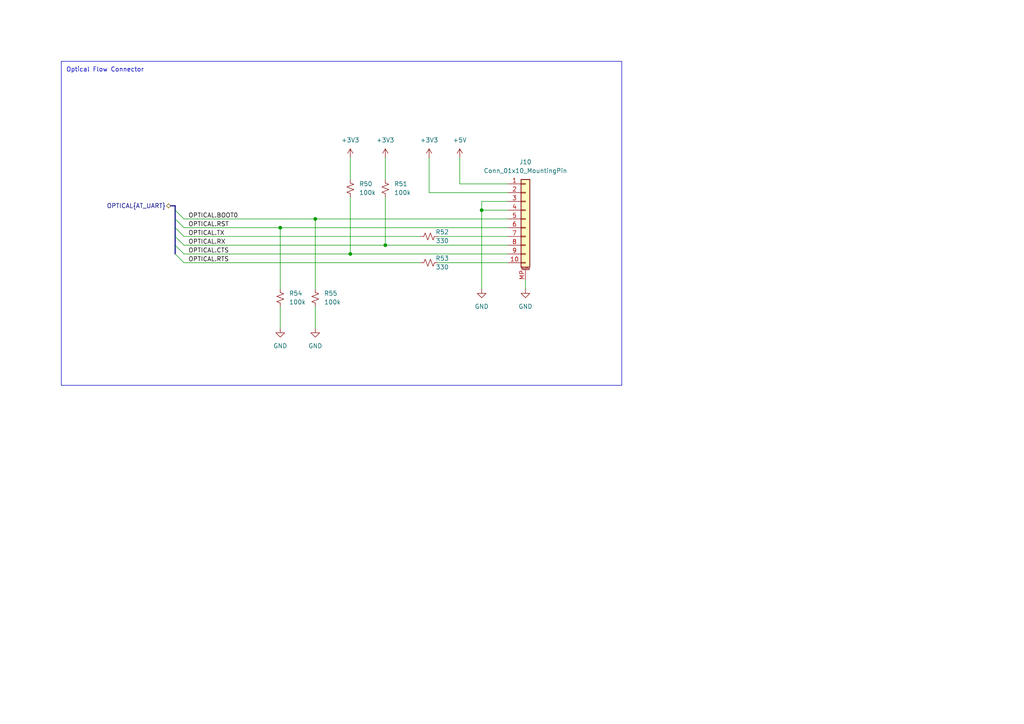
<source format=kicad_sch>
(kicad_sch (version 20231120) (generator "eeschema") (generator_version "8.0")
  (paper "A4")
  (title_block (title "Control") (date "2024-12-21") (rev "v3.0") (company "SSL A-Team") (comment 1 "Author: Will Stuckey"))
  (lib_symbols
    (symbol "Connector_Generic_MountingPin:Conn_01x10_MountingPin" (pin_names (offset 1.016) hide)
      (property "Reference" "J" (at 0 12.7 0))
      (property "Value" "Conn_01x10_MountingPin" (at 1.27 -15.24 0))
      (symbol "Conn_01x10_MountingPin_1_1"
        (rectangle (start -1.27 -12.573) (end 0 -12.827) (stroke (width 0.1524)))
        (rectangle (start -1.27 -10.033) (end 0 -10.287) (stroke (width 0.1524)))
        (rectangle (start -1.27 -7.493) (end 0 -7.747) (stroke (width 0.1524)))
        (rectangle (start -1.27 -4.953) (end 0 -5.207) (stroke (width 0.1524)))
        (rectangle (start -1.27 -2.413) (end 0 -2.667) (stroke (width 0.1524)))
        (rectangle (start -1.27 0.127) (end 0 -0.127) (stroke (width 0.1524)))
        (rectangle (start -1.27 2.667) (end 0 2.413) (stroke (width 0.1524)))
        (rectangle (start -1.27 5.207) (end 0 4.953) (stroke (width 0.1524)))
        (rectangle (start -1.27 7.747) (end 0 7.493) (stroke (width 0.1524)))
        (rectangle (start -1.27 10.287) (end 0 10.033) (stroke (width 0.1524)))
        (rectangle (start -1.27 11.43) (end 1.27 -13.97) (stroke (width 0.254)) (fill (type background)))
        (polyline (pts (xy -1.016 -14.732) (xy 1.016 -14.732)) (stroke (width 0.1524)))
        (text "Mounting" (at 0 -14.351 0) (effects (font (size 0.381 0.381))))
        (pin passive line (at -5.08 10.16 0) (length 3.81) (name "Pin_1") (number "1"))
        (pin passive line (at -5.08 -12.7 0) (length 3.81) (name "Pin_10") (number "10"))
        (pin passive line (at -5.08 7.62 0) (length 3.81) (name "Pin_2") (number "2"))
        (pin passive line (at -5.08 5.08 0) (length 3.81) (name "Pin_3") (number "3"))
        (pin passive line (at -5.08 2.54 0) (length 3.81) (name "Pin_4") (number "4"))
        (pin passive line (at -5.08 0 0) (length 3.81) (name "Pin_5") (number "5"))
        (pin passive line (at -5.08 -2.54 0) (length 3.81) (name "Pin_6") (number "6"))
        (pin passive line (at -5.08 -5.08 0) (length 3.81) (name "Pin_7") (number "7"))
        (pin passive line (at -5.08 -7.62 0) (length 3.81) (name "Pin_8") (number "8"))
        (pin passive line (at -5.08 -10.16 0) (length 3.81) (name "Pin_9") (number "9"))
        (pin passive line (at 0 -17.78 90) (length 3.048) (name "MountPin") (number "MP"))
      )
    )
    (symbol "Device:R_Small_US" (pin_numbers hide) (pin_names (offset 0.254) hide)
      (property "Reference" "R" (at 0.762 0.508 0))
      (property "Value" "R_Small_US" (at 0.762 -1.016 0))
      (symbol "R_Small_US_1_1"
        (polyline (pts (xy 0 0) (xy 1.016 -0.381) (xy 0 -0.762) (xy -1.016 -1.143) (xy 0 -1.524)))
        (polyline (pts (xy 0 1.524) (xy 1.016 1.143) (xy 0 0.762) (xy -1.016 0.381) (xy 0 0)))
        (pin passive line (at 0 2.54 270) (length 1.016) (name "~") (number "1"))
        (pin passive line (at 0 -2.54 90) (length 1.016) (name "~") (number "2"))
      )
    )
    (symbol "power:+3V3" (power) (pin_numbers hide) (pin_names (offset 0) hide)
      (property "Value" "+3V3" (at 0 3.556 0))
      (symbol "+3V3_0_1"
        (polyline (pts (xy -0.762 1.27) (xy 0 2.54)))
        (polyline (pts (xy 0 0) (xy 0 2.54)))
        (polyline (pts (xy 0 2.54) (xy 0.762 1.27)))
      )
      (symbol "+3V3_1_1"
        (pin power_in line (at 0 0 90) (length 0) (name "~") (number "1"))
      )
    )
    (symbol "power:+5V" (power) (pin_numbers hide) (pin_names (offset 0) hide)
      (property "Value" "+5V" (at 0 3.556 0))
      (symbol "+5V_0_1"
        (polyline (pts (xy -0.762 1.27) (xy 0 2.54)))
        (polyline (pts (xy 0 0) (xy 0 2.54)))
        (polyline (pts (xy 0 2.54) (xy 0.762 1.27)))
      )
      (symbol "+5V_1_1"
        (pin power_in line (at 0 0 90) (length 0) (name "~") (number "1"))
      )
    )
    (symbol "power:GND" (power) (pin_numbers hide) (pin_names (offset 0) hide)
      (property "Value" "GND" (at 0 -3.81 0))
      (symbol "GND_0_1"
        (polyline (pts (xy 0 0) (xy 0 -1.27) (xy 1.27 -1.27) (xy 0 -2.54) (xy -1.27 -1.27) (xy 0 -1.27)))
      )
      (symbol "GND_1_1"
        (pin power_in line (at 0 0 270) (length 0) (name "~") (number "1"))
      )
    )
  )
  (junction (at 91.44 63.5))
  (junction (at 81.28 66.04))
  (junction (at 111.76 71.12))
  (junction (at 101.6 73.66))
  (junction (at 139.7 60.96))
  (bus_entry (at 50.8 63.5) (size 2.54 2.54))
  (bus_entry (at 50.8 68.58) (size 2.54 2.54))
  (bus_entry (at 50.8 73.66) (size 2.54 2.54))
  (bus_entry (at 50.8 71.12) (size 2.54 2.54))
  (bus_entry (at 50.8 66.04) (size 2.54 2.54))
  (bus_entry (at 50.8 60.96) (size 2.54 2.54))
  (wire (pts (xy 53.34 73.66) (xy 101.6 73.66)))
  (wire (pts (xy 91.44 88.9) (xy 91.44 95.25)))
  (wire (pts (xy 53.34 66.04) (xy 81.28 66.04)))
  (wire (pts (xy 152.4 81.28) (xy 152.4 83.82)))
  (wire (pts (xy 53.34 63.5) (xy 91.44 63.5)))
  (wire (pts (xy 101.6 73.66) (xy 147.32 73.66)))
  (bus (pts (xy 50.8 59.69) (xy 50.8 60.96)))
  (wire (pts (xy 124.46 45.72) (xy 124.46 55.88)))
  (bus (pts (xy 50.8 71.12) (xy 50.8 73.66)))
  (bus (pts (xy 49.53 59.69) (xy 50.8 59.69)))
  (wire (pts (xy 81.28 66.04) (xy 81.28 83.82)))
  (wire (pts (xy 53.34 68.58) (xy 121.92 68.58)))
  (bus (pts (xy 50.8 63.5) (xy 50.8 66.04)))
  (wire (pts (xy 147.32 58.42) (xy 139.7 58.42)))
  (wire (pts (xy 111.76 45.72) (xy 111.76 52.07)))
  (wire (pts (xy 101.6 45.72) (xy 101.6 52.07)))
  (wire (pts (xy 111.76 57.15) (xy 111.76 71.12)))
  (wire (pts (xy 81.28 88.9) (xy 81.28 95.25)))
  (wire (pts (xy 91.44 63.5) (xy 91.44 83.82)))
  (wire (pts (xy 139.7 60.96) (xy 147.32 60.96)))
  (wire (pts (xy 111.76 71.12) (xy 147.32 71.12)))
  (wire (pts (xy 81.28 66.04) (xy 147.32 66.04)))
  (wire (pts (xy 124.46 55.88) (xy 147.32 55.88)))
  (wire (pts (xy 91.44 63.5) (xy 147.32 63.5)))
  (wire (pts (xy 127 68.58) (xy 147.32 68.58)))
  (bus (pts (xy 50.8 60.96) (xy 50.8 63.5)))
  (wire (pts (xy 53.34 76.2) (xy 121.92 76.2)))
  (bus (pts (xy 50.8 66.04) (xy 50.8 68.58)))
  (wire (pts (xy 127 76.2) (xy 147.32 76.2)))
  (wire (pts (xy 133.35 45.72) (xy 133.35 53.34)))
  (bus (pts (xy 50.8 68.58) (xy 50.8 71.12)))
  (wire (pts (xy 101.6 57.15) (xy 101.6 73.66)))
  (wire (pts (xy 133.35 53.34) (xy 147.32 53.34)))
  (wire (pts (xy 53.34 71.12) (xy 111.76 71.12)))
  (wire (pts (xy 139.7 58.42) (xy 139.7 60.96)))
  (wire (pts (xy 139.7 60.96) (xy 139.7 83.82)))
  (rectangle (start 17.78 17.78) (end 180.34 111.76))
  (text "Optical Flow Connector" (at 30.48 20.32 0) (effects (font (size 1.27 1.27))))
  (label "OPTICAL.CTS" (at 54.61 73.66 0))
  (label "OPTICAL.RTS" (at 54.61 76.2 0))
  (label "OPTICAL.TX" (at 54.61 68.58 0))
  (label "OPTICAL.RX" (at 54.61 71.12 0))
  (label "OPTICAL.RST" (at 54.61 66.04 0))
  (label "OPTICAL.BOOT0" (at 54.61 63.5 0))
  (hierarchical_label "OPTICAL{AT_UART}" (shape bidirectional) (at 49.53 59.69 180))
  (symbol (lib_id "power:+3V3") (at 101.6 45.72 0) (unit 1)
    (property "Reference" "#PWR0118" (effects (hide yes)))
    (property "Value" "+3V3" (at 101.6 40.64 0))
    (property "Description" "Power symbol creates a global label with name \"+3V3\"" (effects (hide yes)))
  )
  (symbol (lib_id "Connector_Generic_MountingPin:Conn_01x10_MountingPin") (at 152.4 63.5 0) (unit 1)
    (property "Reference" "J10" (at 152.4 46.99 0))
    (property "Value" "Conn_01x10_MountingPin" (at 152.4 49.53 0))
    (property "Description" "Generic connectable mounting pin connector, single row, 01x10, script generated (kicad-library-utils/schlib/autogen/connector/)" (effects (hide yes)))
  )
  (symbol (lib_id "Device:R_Small_US") (at 101.6 54.61 0) (unit 1)
    (property "Reference" "R50" (at 104.14 53.3399 0) (effects (justify left)))
    (property "Value" "100k" (at 104.14 55.8799 0) (effects (justify left)))
    (property "Footprint" "Resistor_SMD:R_0402_1005Metric" (effects (hide yes)))
    (property "Description" "Resistor, small US symbol" (effects (hide yes)))
  )
  (symbol (lib_id "power:+5V") (at 133.35 45.72 0) (unit 1)
    (property "Reference" "#PWR0121" (effects (hide yes)))
    (property "Value" "+5V" (at 133.35 40.64 0))
    (property "Description" "Power symbol creates a global label with name \"+5V\"" (effects (hide yes)))
  )
  (symbol (lib_id "Device:R_Small_US") (at 111.76 54.61 0) (unit 1)
    (property "Reference" "R51" (at 114.3 53.3399 0) (effects (justify left)))
    (property "Value" "100k" (at 114.3 55.8799 0) (effects (justify left)))
    (property "Footprint" "Resistor_SMD:R_0402_1005Metric" (effects (hide yes)))
    (property "Description" "Resistor, small US symbol" (effects (hide yes)))
  )
  (symbol (lib_id "power:+3V3") (at 124.46 45.72 0) (unit 1)
    (property "Reference" "#PWR0120" (effects (hide yes)))
    (property "Value" "+3V3" (at 124.46 40.64 0))
    (property "Description" "Power symbol creates a global label with name \"+3V3\"" (effects (hide yes)))
  )
  (symbol (lib_id "power:GND") (at 139.7 83.82 0) (unit 1)
    (property "Reference" "#PWR0122" (effects (hide yes)))
    (property "Value" "GND" (at 139.7 88.9 0))
    (property "Description" "Power symbol creates a global label with name \"GND\" , ground" (effects (hide yes)))
  )
  (symbol (lib_id "power:GND") (at 91.44 95.25 0) (unit 1)
    (property "Reference" "#PWR0125" (effects (hide yes)))
    (property "Value" "GND" (at 91.44 100.33 0))
    (property "Description" "Power symbol creates a global label with name \"GND\" , ground" (effects (hide yes)))
  )
  (symbol (lib_id "Device:R_Small_US") (at 124.46 76.2 90) (unit 1)
    (property "Reference" "R53" (at 128.27 74.93 90))
    (property "Value" "330" (at 128.27 77.47 90))
    (property "Footprint" "Resistor_SMD:R_0402_1005Metric" (effects (hide yes)))
    (property "Description" "Resistor, small US symbol" (effects (hide yes)))
  )
  (symbol (lib_id "Device:R_Small_US") (at 91.44 86.36 0) (unit 1)
    (property "Reference" "R55" (at 93.98 85.0899 0) (effects (justify left)))
    (property "Value" "100k" (at 93.98 87.6299 0) (effects (justify left)))
    (property "Footprint" "Resistor_SMD:R_0402_1005Metric" (effects (hide yes)))
    (property "Description" "Resistor, small US symbol" (effects (hide yes)))
  )
  (symbol (lib_id "Device:R_Small_US") (at 81.28 86.36 0) (unit 1)
    (property "Reference" "R54" (at 83.82 85.0899 0) (effects (justify left)))
    (property "Value" "100k" (at 83.82 87.6299 0) (effects (justify left)))
    (property "Footprint" "Resistor_SMD:R_0402_1005Metric" (effects (hide yes)))
    (property "Description" "Resistor, small US symbol" (effects (hide yes)))
  )
  (symbol (lib_id "power:+3V3") (at 111.76 45.72 0) (unit 1)
    (property "Reference" "#PWR0119" (effects (hide yes)))
    (property "Value" "+3V3" (at 111.76 40.64 0))
    (property "Description" "Power symbol creates a global label with name \"+3V3\"" (effects (hide yes)))
  )
  (symbol (lib_id "Device:R_Small_US") (at 124.46 68.58 90) (unit 1)
    (property "Reference" "R52" (at 128.27 67.31 90))
    (property "Value" "330" (at 128.27 69.85 90))
    (property "Footprint" "Resistor_SMD:R_0402_1005Metric" (effects (hide yes)))
    (property "Description" "Resistor, small US symbol" (effects (hide yes)))
  )
  (symbol (lib_id "power:GND") (at 81.28 95.25 0) (unit 1)
    (property "Reference" "#PWR0124" (effects (hide yes)))
    (property "Value" "GND" (at 81.28 100.33 0))
    (property "Description" "Power symbol creates a global label with name \"GND\" , ground" (effects (hide yes)))
  )
  (symbol (lib_id "power:GND") (at 152.4 83.82 0) (unit 1)
    (property "Reference" "#PWR0123" (effects (hide yes)))
    (property "Value" "GND" (at 152.4 88.9 0))
    (property "Description" "Power symbol creates a global label with name \"GND\" , ground" (effects (hide yes)))
  )
)
</source>
